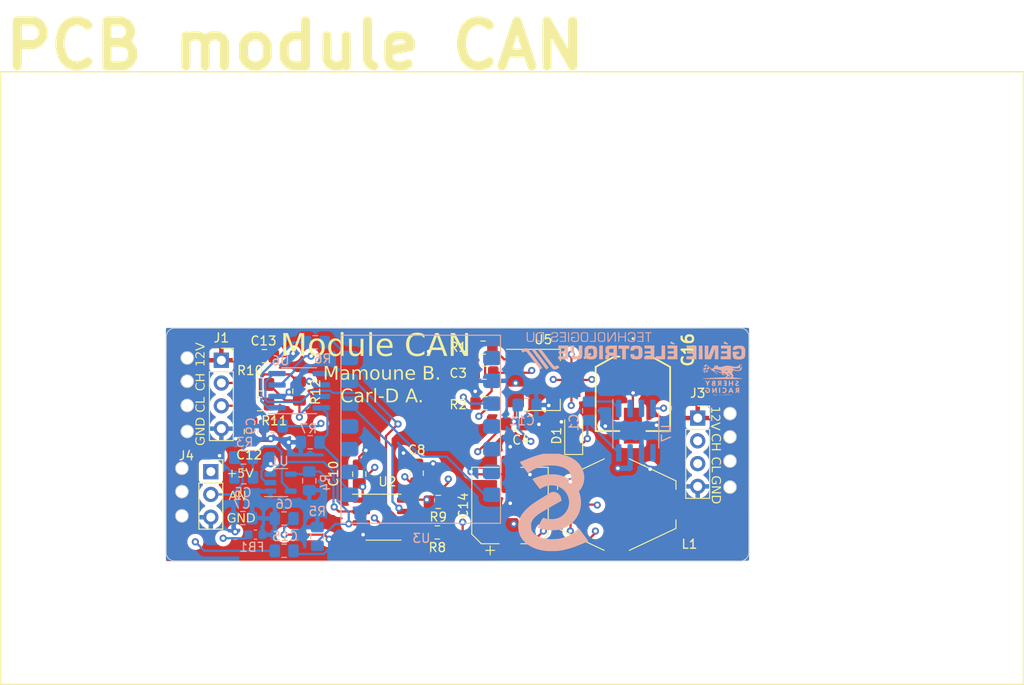
<source format=kicad_pcb>
(kicad_pcb (version 20221018) (generator pcbnew)
  (title_block (title "Formule SAE module CAN PCB") (date "2024-02-26") (rev "1.0") (company "Cégep Sherbrooke") (comment 1 "Carl-Dominic Aubin") (comment 2 "Mamoune Benmensour"))
  (layers (0 "F.Cu" signal "12V.Cu") (1 "In1.Cu" signal "GND.Cu") (2 "In2.Cu" signal "VCC.Cu") (31 "B.Cu" signal "AN.Cu") (34 "B.Paste" user) (35 "F.Paste" user) (36 "B.SilkS" user "B.Silkscreen") (37 "F.SilkS" user "F.Silkscreen") (38 "B.Mask" user) (39 "F.Mask" user) (44 "Edge.Cuts" user))
  (net 0 "")
  (net 1 "Net-(D1-K)")
  (net 2 "Net-(U7-CB)")
  (net 3 "+5V")
  (net 4 "GND")
  (net 5 "+3.3V")
  (net 6 "Net-(U1-AIN)")
  (net 7 "+5VA")
  (net 8 "Net-(J1-Pin_3)")
  (net 9 "+12V")
  (net 10 "Net-(U5-ADJ)")
  (net 11 "/SCLA")
  (net 12 "/SDAA")
  (net 13 "/RXD")
  (net 14 "Net-(U3-GPIO21_TX_D6)")
  (net 15 "/EN")
  (net 16 "/SCLB")
  (net 17 "/SDAB")
  (net 18 "Net-(U6-CANH)")
  (net 19 "Net-(U6-CANL)")
  (net 27 "/TXD")
  (net 32 "Net-(J4-Pin_2)")
  (net 33 "Net-(J1-Pin_2)")
  (footprint "Capacitor_SMD:C_0805_2012Metric_Pad1.18x1.45mm_HandSolder" (layer "F.Cu") (at 103.3 64.5 180)
    (fp_text reference "C13")
    (fp_text value "47pF" hide)
  )
  (footprint "lib kicad:imagesilk1" (layer "F.Cu") (at 118.3 93.9)
    (fp_text reference "G***" hide)
    (fp_text value "LOGO" hide)
  )
  (footprint "Inductor_SMD:L_Bourns-SRR1005" (layer "F.Cu") (at 142.575 81.05 180)
    (fp_text reference "L1")
    (fp_text value "NPI31W470MTRF 47uH" hide)
  )
  (footprint "Capacitor_SMD:CP_Elec_8x6.9" (layer "F.Cu") (at 130.675 81.15 90)
    (fp_text reference "C14")
    (fp_text value "\n\nEEE-FN1H680XP 68uF" hide)
  )
  (footprint "KiCad:EEETC1V470P" (layer "F.Cu") (at 144.375 68.7 180)
    (fp_text reference "C16")
    (fp_text value "EEEFH1H101L 100uF" hide)
  )
  (footprint "Capacitor_SMD:C_0805_2012Metric_Pad1.18x1.45mm_HandSolder" (layer "F.Cu") (at 122.575 84.15 180)
    (fp_text reference "R8")
    (fp_text value "4.7k" hide)
  )
  (footprint "Capacitor_SMD:C_0805_2012Metric_Pad1.18x1.45mm_HandSolder" (layer "F.Cu") (at 101.8 72.9 90)
    (fp_text reference "C12")
    (fp_text value "47pF" hide)
  )
  (footprint "Capacitor_SMD:C_0805_2012Metric_Pad1.18x1.45mm_HandSolder" (layer "F.Cu") (at 102.775 67.65 180)
    (fp_text reference "R10")
    (fp_text value "10Ω" hide)
  )
  (footprint "Diode_SMD:D_SOD-123F" (layer "F.Cu") (at 137.775 73.25 90)
    (fp_text reference "D1")
    (fp_text value "SS14FL" hide)
  )
  (footprint "Connector_PinSocket_2.54mm:PinSocket_1x04_P2.54mm_Vertical" (layer "F.Cu") (at 98.5 64.96)
    (fp_text reference "J1")
    (fp_text value "Conn_01x04_Socket" hide)
  )
  (footprint "Capacitor_SMD:C_0805_2012Metric_Pad1.18x1.45mm_HandSolder" (layer "F.Cu") (at 113.875 77.65 -90)
    (fp_text reference "C10")
    (fp_text value "0.1uF" hide)
  )
  (footprint "Connector_PinSocket_2.54mm:PinSocket_1x04_P2.54mm_Vertical" (layer "F.Cu") (at 151.6 71.4)
    (fp_text reference "J3")
    (fp_text value "Conn_01x04_Socket" hide)
  )
  (footprint "Capacitor_SMD:C_0805_2012Metric_Pad1.18x1.45mm_HandSolder" (layer "F.Cu") (at 127.675 63.55 180)
    (fp_text reference "R1")
    (fp_text value "91Ω" hide)
  )
  (footprint "Capacitor_SMD:C_0805_2012Metric_Pad1.18x1.45mm_HandSolder" (layer "F.Cu") (at 102.775 69.85 180)
    (fp_text reference "R11")
    (fp_text value "10Ω" hide)
  )
  (footprint "Capacitor_SMD:C_0805_2012Metric_Pad1.18x1.45mm_HandSolder" (layer "F.Cu") (at 107.2 68.4 -90)
    (fp_text reference "R12")
    (fp_text value "120Ω" hide)
  )
  (footprint "Capacitor_SMD:C_0805_2012Metric_Pad1.18x1.45mm_HandSolder" (layer "F.Cu") (at 120.275 77.55 -90)
    (fp_text reference "C8")
    (fp_text value "0.1uF" hide)
  )
  (footprint "Capacitor_SMD:C_0805_2012Metric_Pad1.18x1.45mm_HandSolder" (layer "F.Cu") (at 131.275 72.05)
    (fp_text reference "C4")
    (fp_text value "1uF" hide)
  )
  (footprint "Package_TO_SOT_SMD:SOT-223-3_TabPin2" (layer "F.Cu") (at 134.375 67.15)
    (fp_text reference "U5")
    (fp_text value "LM117_TO3" hide)
  )
  (footprint "Connector_PinSocket_2.54mm:PinSocket_1x03_P2.54mm_Vertical" (layer "F.Cu") (at 97.325 77.375)
    (fp_text reference "J4")
    (fp_text value "Conn_01x03_Socket" hide)
  )
  (footprint "Capacitor_SMD:C_0805_2012Metric_Pad1.18x1.45mm_HandSolder" (layer "F.Cu") (at 127.875 69.75 180)
    (fp_text reference "R2")
    (fp_text value "150Ω" hide)
  )
  (footprint "Capacitor_SMD:C_0805_2012Metric_Pad1.18x1.45mm_HandSolder" (layer "F.Cu") (at 122.675 80.75 180)
    (fp_text reference "R9")
    (fp_text value "4.7k" hide)
  )
  (footprint "Capacitor_SMD:C_0805_2012Metric_Pad1.18x1.45mm_HandSolder" (layer "F.Cu") (at 127.775 66.35 180)
    (fp_text reference "C3")
    (fp_text value "0.1uF" hide)
  )
  (footprint "Package_SO:SOIC-8_3.9x4.9mm_P1.27mm" (layer "F.Cu") (at 116.575 82.45)
    (fp_text reference "U2")
    (fp_text value "TCA9517" hide)
  )
  (footprint "Capacitor_SMD:C_0805_2012Metric_Pad1.18x1.45mm_HandSolder" (layer "B.Cu") (at 108.4 74.1 180)
    (fp_text reference "R7")
    (fp_text value "10k" hide)
  )
  (footprint "Capacitor_SMD:C_0603_1608Metric" (layer "B.Cu") (at 102.3 84.4)
    (fp_text reference "FB1")
    (fp_text value "BLM18KG121TZ1D")
  )
  (footprint "Capacitor_SMD:C_0805_2012Metric_Pad1.18x1.45mm_HandSolder" (layer "B.Cu") (at 104.3 72.3 180)
    (fp_text reference "C9")
    (fp_text value "0.1uF" hide)
  )
  (footprint "Capacitor_SMD:C_0805_2012Metric_Pad1.18x1.45mm_HandSolder" (layer "B.Cu") (at 109.2 84.6 90)
    (fp_text reference "R5")
    (fp_text value "4.7k" hide)
  )
  (footprint "Package_SO:SOIC-8_3.9x4.9mm_P1.27mm" (layer "B.Cu") (at 107.175 68.35)
    (fp_text reference "U6")
    (fp_text value "TJA1051T" hide)
  )
  (footprint "Capacitor_SMD:C_0805_2012Metric_Pad1.18x1.45mm_HandSolder" (layer "B.Cu") (at 100.975 75.8)
    (fp_text reference "R3")
    (fp_text value "330Ω" hide)
  )
  (footprint "Capacitor_SMD:C_0805_2012Metric_Pad1.18x1.45mm_HandSolder" (layer "B.Cu") (at 100.9 82.55 180)
    (fp_text reference "C7")
    (fp_text value "0.1uF" hide)
  )
  (footprint "Capacitor_SMD:C_0805_2012Metric_Pad1.18x1.45mm_HandSolder" (layer "B.Cu") (at 139.5 70.6 90)
    (fp_text reference "C1")
    (fp_text value "10nF" hide)
  )
  (footprint "LOGO" (layer "B.Cu") (at 154.4 67.1 180)
    (fp_text reference "G***" hide)
    (fp_text value "LOGO" hide)
  )
  (footprint "Capacitor_SMD:C_0805_2012Metric_Pad1.18x1.45mm_HandSolder" (layer "B.Cu") (at 132.575 69.95 180)
    (fp_text reference "C11")
    (fp_text value "0.1uF" hide)
  )
  (footprint "Capacitor_SMD:C_0805_2012Metric_Pad1.18x1.45mm_HandSolder" (layer "B.Cu") (at 101 78 180)
    (fp_text reference "C5")
    (fp_text value "10uF" hide)
  )
  (footprint "Library:xiao esp32-c3" (layer "B.Cu") (at 120.735 90.29)
    (fp_text reference "U3")
    (fp_text value "XIAO ESP32C3" hide)
  )
  (footprint "Package_SO:SOIC-8_3.9x4.9mm_P1.27mm" (layer "B.Cu") (at 144.7 72.8 -90)
    (fp_text reference "U7")
    (fp_text value "LM2674M-5.0" hide)
  )
  (footprint "LOGO" (layer "B.Cu") (at 135.5 80.8 180)
    (fp_text reference "G***" hide)
    (fp_text value "LOGO" hide)
  )
  (footprint "Capacitor_SMD:C_0805_2012Metric_Pad1.18x1.45mm_HandSolder" (layer "B.Cu") (at 105.5 82.6 180)
    (fp_text reference "C6")
    (fp_text value "10uF" hide)
  )
  (footprint "Capacitor_SMD:C_0805_2012Metric_Pad1.18x1.45mm_HandSolder" (layer "B.Cu") (at 105.5 86.2)
    (fp_text reference "C15")
    (fp_text value "10uF" hide)
  )
  (footprint "Package_TO_SOT_SMD:TSOT-23-5" (layer "B.Cu") (at 105.1 78.6)
    (fp_text reference "U1")
    (fp_text value "MCP3221" hide)
  )
  (footprint "Capacitor_SMD:C_0805_2012Metric_Pad1.18x1.45mm_HandSolder" (layer "B.Cu") (at 108.975 62.95)
    (fp_text reference "R6")
    (fp_text value "4.7k" hide)
  )
  (footprint "Capacitor_SMD:C_0805_2012Metric_Pad1.18x1.45mm_HandSolder" (layer "B.Cu") (at 108.3 78.4 -90)
    (fp_text reference "R4")
    (fp_text value "4.7k" hide)
  )
  (footprint "LOGO" (layer "B.Cu") (at 144.4 63.9 180)
    (fp_text reference "G***" hide)
    (fp_text value "LOGO" hide)
  )
  (gr_rect (start 73.9 32.8) (end 187.9 101.1) (stroke (width 0.15)) (fill none) (layer "F.SilkS"))
  (gr_line (start 92.35 62.3) (end 92.324119 86.492577) (stroke (width 0.1)) (layer "Edge.Cuts"))
  (gr_arc (start 93.260242 87.34522) (mid 92.649999 87.075) (end 92.324119 86.492577) (stroke (width 0.1)) (layer "Edge.Cuts"))
  (gr_circle (center 94.1 82.3) (end 94.8 82.3) (stroke (width 0.1)) (fill none) (layer "Edge.Cuts"))
  (gr_line (start 157.32022 86.414758) (end 157.325881 62.207423) (stroke (width 0.1)) (layer "Edge.Cuts"))
  (gr_arc (start 156.389758 61.35478) (mid 157.000001 61.625) (end 157.325881 62.207423) (stroke (width 0.1)) (layer "Edge.Cuts"))
  (gr_circle (center 155.2 76.2) (end 155.9 76.2) (stroke (width 0.1)) (fill none) (layer "Edge.Cuts"))
  (gr_circle (center 155.2 70.9) (end 155.9 70.9) (stroke (width 0.1)) (fill none) (layer "Edge.Cuts"))
  (gr_line (start 93.260242 87.34522) (end 156.467577 87.350881) (stroke (width 0.1)) (layer "Edge.Cuts"))
  (gr_line (start 156.389758 61.35478) (end 93.202643 61.363877) (stroke (width 0.1)) (layer "Edge.Cuts"))
  (gr_circle (center 94.7 64.7) (end 95.4 64.7) (stroke (width 0.1)) (fill none) (layer "Edge.Cuts"))
  (gr_arc (start 92.35 62.3) (mid 92.62022 61.689758) (end 93.202643 61.363877) (stroke (width 0.1)) (layer "Edge.Cuts"))
  (gr_circle (center 94.1 79.6) (end 94.8 79.6) (stroke (width 0.1)) (fill none) (layer "Edge.Cuts"))
  (gr_arc (start 157.32022 86.414758) (mid 157.05 87.025001) (end 156.467577 87.350881) (stroke (width 0.1)) (layer "Edge.Cuts"))
  (gr_circle (center 94.1 77) (end 94.8 77) (stroke (width 0.1)) (fill none) (layer "Edge.Cuts"))
  (gr_circle (center 94.7 70) (end 95.4 70) (stroke (width 0.1)) (fill none) (layer "Edge.Cuts"))
  (gr_circle (center 155.2 79.1) (end 155.9 79.1) (stroke (width 0.1)) (fill none) (layer "Edge.Cuts"))
  (gr_circle (center 94.7 67.3) (end 95.4 67.3) (stroke (width 0.1)) (fill none) (layer "Edge.Cuts"))
  (gr_circle (center 94.7 72.9) (end 95.4 72.9) (stroke (width 0.1)) (fill none) (layer "Edge.Cuts"))
  (gr_circle (center 155.2 73.5) (end 155.9 73.5) (stroke (width 0.1)) (fill none) (layer "Edge.Cuts"))
  (gr_text "GND\n" (at 99.1 83.2) (layer "F.SilkS") (effects (font (size 1 1)) (justify left bottom)))
  (gr_text "CL" (at 96.8 70.8 90) (layer "F.SilkS") (effects (font (size 1 1)) (justify left bottom)))
  (gr_text "12V\n" (at 152.93 70.07 270) (layer "F.SilkS") (effects (font (size 1 1)) (justify left bottom)))
  (gr_text "AN" (at 99.3 80.7) (layer "F.SilkS") (effects (font (size 1 1)) (justify left bottom)))
  (gr_text "CH\n" (at 96.8 68.4 90) (layer "F.SilkS") (effects (font (size 1 1)) (justify left bottom)))
  (gr_text "GND\n" (at 153 77.8 -90) (layer "F.SilkS") (effects (font (size 1 1)) (justify left bottom)))
  (gr_text "GND\n" (at 96.8 74.5 90) (layer "F.SilkS") (effects (font (size 1 1)) (justify left bottom)))
  (gr_text "Module CAN\n" (at 115.7 64.9) (layer "F.SilkS") (effects (font (size 2.5 2.5) (thickness 0.1905)) (justify bottom)))
  (gr_text "+5V\n" (at 99.1 78.2) (layer "F.SilkS") (effects (font (size 1 1)) (justify left bottom)))
  (gr_text "Mamoune B.\nCarl-D A.\n" (at 116.4 69.9) (layer "F.SilkS") (effects (font (size 1.5 1.5)) (justify bottom)))
  (gr_text "CL\n" (at 153 75.7 -90) (layer "F.SilkS") (effects (font (size 1 1)) (justify left bottom)))
  (gr_text "CH\n" (at 153 73.1 270) (layer "F.SilkS") (effects (font (size 1 1)) (justify left bottom)))
  (gr_text "PCB module CAN" (at 73.9 32.8) (layer "F.SilkS") (effects (font (size 5 5) (thickness 1) bold) (justify left bottom)))
  (gr_text "12V\n" (at 96.8 65.7 90) (layer "F.SilkS") (effects (font (size 1 1)) (justify left bottom)))
  (segment (start 137.775 74.65) (end 138.35 74.65) (width 0.25) (layer "F.Cu") (net 1))
  (segment (start 138.35 74.65) (end 139.3 73.7) (width 0.25) (layer "F.Cu") (net 1))
  (segment (start 144.175 81.05) (end 137.775 74.65) (width 0.25) (layer "F.Cu") (net 1))
  (segment (start 147.725 81.05) (end 144.175 81.05) (width 0.25) (layer "F.Cu") (net 1))
  (via (at 139.3 73.7) (size 0.8) (drill 0.4) (layers "F.Cu" "B.Cu") (net 1))
  (segment (start 139.5 71.98) (end 139.5 71.6375) (width 0.25) (layer "B.Cu") (net 1))
  (segment (start 139.3 73.7) (end 139.3 71.8375) (width 0.25) (layer "B.Cu") (net 1))
  (segment (start 139.3 71.8375) (end 139.5 71.6375) (width 0.25) (layer "B.Cu") (net 1))
  (segment (start 142.795 75.275) (end 139.5 71.98) (width 0.25) (layer "B.Cu") (net 1))
  (segment (start 142.0325 69.5625) (end 142.795 70.325) (width 0.25) (layer "B.Cu") (net 2))
  (segment (start 139.5 69.5625) (end 142.0325 69.5625) (width 0.25) (layer "B.Cu") (net 2))
  (segment (start 139.75 67.15) (end 139.8 67.1) (width 0.25) (layer "F.Cu") (net 3))
  (segment (start 128.8125 66.35) (end 132.85 66.35) (width 0.25) (layer "F.Cu") (net 3))
  (segment (start 137.425 81.05) (end 137.425 78.525) (width 0.25) (layer "F.Cu") (net 3))
  (segment (start 130.675 84.625) (end 133.775 84.625) (width 0.25) (layer "F.Cu") (net 3))
  (segment (start 137.425 78.525) (end 137.4 78.5) (width 0.25) (layer "F.Cu") (net 3))
  (segment (start 131.85 85.8) (end 138.6 85.8) (width 0.25) (layer "F.Cu") (net 3))
  (segment (start 113.875 78.6875) (end 115.6 76.9625) (width 0.25) (layer "F.Cu") (net 3))
  (segment (start 137.525 67.15) (end 135.55 67.15) (width 0.25) (layer "F.Cu") (net 3))
  (segment (start 130.675 84.625) (end 131.85 85.8) (width 0.25) (layer "F.Cu") (net 3))
  (segment (start 137.525 67.15) (end 137.525 64.325) (width 0.25) (layer "F.Cu") (net 3))
  (segment (start 133.775 84.625) (end 134.4 84) (width 0.25) (layer "F.Cu") (net 3))
  (segment (start 137.525 69.975) (end 137.5 70) (width 0.25) (layer "F.Cu") (net 3))
  (segment (start 135.55 67.15) (end 135.5 67.1) (width 0.25) (layer "F.Cu") (net 3))
  (segment (start 115.6 76.9625) (end 115.6 76.9) (width 0.25) (layer "F.Cu") (net 3))
  (segment (start 140.2 84.2) (end 140.2 84) (width 0.25) (layer "F.Cu") (net 3))
  (segment (start 114.253009 79.062995) (end 114.253009 80.391991) (width 0.25) (layer "F.Cu") (net 3))
  (segment (start 131.1 84.2) (end 131.1 83.2) (width 0.25) (layer "F.Cu") (net 3))
  (segment (start 137.525 67.15) (end 137.525 69.975) (width 0.25) (layer "F.Cu") (net 3))
  (segment (start 130.675 84.625) (end 131.1 84.2) (width 0.25) (layer "F.Cu") (net 3))
  (segment (start 137.525 64.325) (end 137.5 64.3) (width 0.25) (layer "F.Cu") (net 3))
  (segment (start 117.378094 84.355) (end 119.05 84.355) (width 0.25) (layer "F.Cu") (net 3))
  (segment (start 137.425 81.05) (end 140.35 81.05) (width 0.25) (layer "F.Cu") (net 3))
  (segment (start 140.35 81.05) (end 140.4 81.1) (width 0.25) (layer "F.Cu") (net 3))
  (segment (start 138.6 85.8) (end 140.2 84.2) (width 0.25) (layer "F.Cu") (net 3))
  (segment (start 114.253009 80.391991) (end 114.1 80.545) (width 0.25) (layer "F.Cu") (net 3))
  (segment (start 131.225 67.425) (end 131.3 67.5) (width 0.25) (layer "F.Cu") (net 3))
  (segment (start 137.525 67.15) (end 139.75 67.15) (width 0.25) (layer "F.Cu") (net 3))
  (segment (start 132.85 66.35) (end 133.1 66.1) (width 0.25) (layer "F.Cu") (net 3))
  (segment (start 115.560099 82.537005) (end 117.378094 84.355) (width 0.25) (layer "F.Cu") (net 3))
  (segment (start 137.425 83.975) (end 137.4 84) (width 0.25) (layer "F.Cu") (net 3))
  (segment (start 137.425 81.05) (end 137.425 83.975) (width 0.25) (layer "F.Cu") (net 3))
  (segment (start 131.225 67.15) (end 131.225 67.425) (width 0.25) (layer "F.Cu") (net 3))
  (via (at 115.560099 82.537005) (size 0.8) (drill 0.4) (layers "F.Cu" "B.Cu") (net 3))
  (via (at 147.8 70.3) (size 0.8) (drill 0.4) (layers "F.Cu" "B.Cu") (net 3))
  (via (at 131.3 67.5) (size 0.8) (drill 0.4) (layers "F.Cu" "B.Cu") (net 3))
  (via (at 140.4 81.1) (size 0.8) (drill 0.4) (layers "F.Cu" "B.Cu") (net 3))
  (via (at 139.8 67.1) (size 0.8) (drill 0.4) (layers "F.Cu" "B.Cu") (net 3))
  (via (at 134.4 84) (size 0.8) (drill 0.4) (layers "F.Cu" "B.Cu") (net 3))
  (via (at 137.5 70) (size 0.8) (drill 0.4) (layers "F.Cu" "B.Cu") (net 3))
  (via (at 114.253009 79.062995) (size 0.8) (drill 0.4) (layers "F.Cu" "B.Cu") (net 3))
  (via (at 137.4 78.5) (size 0.8) (drill 0.4) (layers "F.Cu" "B.Cu") (net 3))
  (via (at 140.2 84) (size 0.8) (drill 0.4) (layers "F.Cu" "B.Cu") (net 3))
  (via (at 98.7 84.8) (size 0.8) (drill 0.4) (layers "F.Cu" "B.Cu") (net 3))
  (via (at 135.5 67.1) (size 0.8) (drill 0.4) (layers "F.Cu" "B.Cu") (net 3))
  (via (at 95.6 85.2) (size 0.8) (drill 0.4) (layers "F.Cu" "B.Cu") (net 3))
  (via (at 137.4 84) (size 0.8) (drill 0.4) (layers "F.Cu" "B.Cu") (net 3))
  (via (at 109.6 72) (size 0.8) (drill 0.4) (layers "F.Cu" "B.Cu") (net 3))
  (via (at 137.5 64.3) (size 0.8) (drill 0.4) (layers "F.Cu" "B.Cu") (net 3))
  (via (at 131.1 83.2) (size 0.8) (drill 0.4) (layers "F.Cu" "B.Cu") (net 3))
  (via (at 115.6 76.9) (size 0.8) (drill 0.4) (layers "F.Cu" "B.Cu") (net 3))
  (via (at 133.1 66.1) (size 0.8) (drill 0.4) (layers "F.Cu" "B.Cu") (net 3))
  (via (at 108.5 64.5) (size 0.8) (drill 0.4) (layers "F.Cu" "B.Cu") (net 3))
  (segment (start 147.775 70.325) (end 147.8 70.3) (width 0.25) (layer "B.Cu") (net 3))
  (segment (start 104.7 67.715) (end 105.076751 67.715) (width 0.25) (layer "B.Cu") (net 3))
  (segment (start 98.7 84.8) (end 101.125 84.8) (width 0.25) (layer "B.Cu") (net 3))
  (segment (start 107.861701 64.5) (end 108.5 64.5) (width 0.25) (layer "B.Cu") (net 3))
  (segment (start 106.586701 65.775) (end 107.861701 64.5) (width 0.25) (layer "B.Cu") (net 3))
  (segment (start 105.076751 67.715) (end 106.586701 66.20505) (width 0.25) (layer "B.Cu") (net 3))
  (segment (start 104.4625 86.2) (end 96.6 86.2) (width 0.25) (layer "B.Cu") (net 3))
  (segment (start 101.125 84.8) (end 101.525 84.4) (width 0.25) (layer "B.Cu") (net 3))
  (segment (start 109.3 72.3) (end 109.6 72) (width 0.25) (layer "B.Cu") (net 3))
  (segment (start 146.605 70.325) (end 147.775 70.325) (width 0.25) (layer "B.Cu") (net 3))
  (segment (start 105.3375 72.3) (end 109.3 72.3) (width 0.25) (layer "B.Cu") (net 3))
  (segment (start 106.586701 66.20505) (end 106.586701 65.775) (width 0.25) (layer "B.Cu") (net 3))
  (segment (start 96.6 86.2) (end 95.6 85.2) (width 0.25) (layer "B.Cu") (net 3))
  (segment (start 97.175 77.525) (end 97.2 77.5) (width 0.25) (layer "B.Cu") (net 3))
  (segment (start 103.7625 73.9375) (end 104 73.7) (width 0.25) (layer "F.Cu") (net 4))
  (segment (start 126.7375 68.363) (end 126.7375 66.35) (width 0.25) (layer "F.Cu") (net 4))
  (segment (start 110.506385 84.906387) (end 109.999998 84.4) (width 0.25) (layer "F.Cu") (net 4))
  (segment (start 113.875 76.6125) (end 113.875 75.725) (width 0.25) (layer "F.Cu") (net 4))
  (segment (start 130.675 77.675) (end 132.875 77.675) (width 0.25) (layer "F.Cu") (net 4))
  (segment (start 144.375 72.25) (end 146.95 72.25) (width 0.25) (layer "F.Cu") (net 4))
  (segment (start 130.675 77.675) (end 126.612438 77.675) (width 0.25) (layer "F.Cu") (net 4))
  (segment (start 106.2 64.5) (end 106.5 64.2) (width 0.25) (layer "F.Cu") (net 4))
  (segment (start 130.675 77.675) (end 130.675 74.625) (width 0.25) (layer "F.Cu") (net 4))
  (segment (start 126.6375 63.55) (end 122.05 63.55) (width 0.25) (layer "F.Cu") (net 4))
  (segment (start 141.35 72.25) (end 141.3 72.3) (width 0.25) (layer "F.Cu") (net 4))
  (segment (start 146.95 72.25) (end 147 72.2) (width 0.25) (layer "F.Cu") (net 4))
  (segment (start 130.675 74.625) (end 130.7 74.6) (width 0.25) (layer "F.Cu") (net 4))
  (segment (start 133.85 72.05) (end 133.9 72.1) (width 0.25) (layer "F.Cu") (net 4))
  (segment (start 114.255 84.355) (end 114.3 84.4) (width 0.25) (layer "F.Cu") (net 4))
  (segment (start 109.999998 84.4) (end 105.5 84.4) (width 0.25) (layer "F.Cu") (net 4))
  (segment (start 126.8 68.4255) (end 126.7375 68.363) (width 0.25) (layer "F.Cu") (net 4))
  (segment (start 137.775 71.85) (end 136.423521 71.85) (width 0.25) (layer "F.Cu") (net 4))
  (segment (start 114.1 84.355) (end 114.255 84.355) (width 0.25) (layer "F.Cu") (net 4))
  (segment (start 113.875 75.725) (end 114.6 75) (width 0.25) (layer "F.Cu") (net 4))
  (segment (start 119.0625 75.3) (end 118.8 75.3) (width 0.25) (layer "F.Cu") (net 4))
  (segment (start 122.05 63.55) (end 121.6 64) (width 0.25) (layer "F.Cu") (net 4))
  (segment (start 122.0875 76.5125) (end 122.1 76.5) (width 0.25) (layer "F.Cu") (net 4))
  (segment (start 132.875 77.675) (end 132.9 77.7) (width 0.25) (layer "F.Cu") (net 4))
  (segment (start 130.7 77.7) (end 130.7 80.9) (width 0.25) (layer "F.Cu") (net 4))
  (segment (start 144.375 72.25) (end 141.35 72.25) (width 0.25) (layer "F.Cu") (net 4))
  (segment (start 126.612438 77.675) (end 126.318719 77.381281) (width 0.25) (layer "F.Cu") (net 4))
  (segment (start 136.423521 71.85) (end 136.39966 71.826139) (width 0.25) (layer "F.Cu") (net 4))
  (segment (start 120.275 76.5125) (end 122.0875 76.5125) (width 0.25) (layer "F.Cu") (net 4))
  (segment (start 130.675 77.675) (end 130.7 77.7) (width 0.25) (layer "F.Cu") (net 4))
  (segment (start 144.375 72.25) (end 144.375 68.625) (width 0.25) (layer "F.Cu") (net 4))
  (segment (start 120.275 76.5125) (end 119.0625 75.3) (width 0.25) (layer "F.Cu") (net 4))
  (segment (start 101.8 73.9375) (end 103.7625 73.9375) (width 0.25) (layer "F.Cu") (net 4))
  (segment (start 104.3375 64.5) (end 106.2 64.5) (width 0.25) (layer "F.Cu") (net 4))
  (segment (start 132.3125 72.05) (end 133.85 72.05) (width 0.25) (layer "F.Cu") (net 4))
  (segment (start 144.375 68.625) (end 144.4 68.6) (width 0.25) (layer "F.Cu") (net 4))
  (via (at 147 72.2) (size 0.8) (drill 0.4) (layers "F.Cu" "B.Cu") (net 4))
  (via (at 104 73.7) (size 0.8) (drill 0.4) (layers "F.Cu" "B.Cu") (net 4))
  (via (at 130.7 74.6) (size 0.8) (drill 0.4) (layers "F.Cu" "B.Cu") (net 4))
  (via (at 122.1 76.5) (size 0.8) (drill 0.4) (layers "F.Cu" "B.Cu") (net 4))
  (via (at 130.7 80.9) (size 0.8) (drill 0.4) (layers "F.Cu" "B.Cu") (net 4))
  (via (at 135.000004 70) (size 0.8) (drill 0.4) (layers "F.Cu" "B.Cu") (net 4))
  (via (at 121.6 64) (size 0.8) (drill 0.4) (layers "F.Cu" "B.Cu") (net 4))
  (via (at 132.9 77.7) (size 0.8) (drill 0.4) (layers "F.Cu" "B.Cu") (net 4))
  (via (at 114.6 75) (size 0.8) (drill 0.4) (layers "F.Cu" "B.Cu") (net 4))
  (via (at 105.5 84.4) (size 0.8) (drill 0.4) (layers "F.Cu" "B.Cu") (net 4))
  (via (at 133.9 72.1) (size 0.8) (drill 0.4) (layers "F.Cu" "B.Cu") (net 4))
  (via (at 110.506385 84.906387) (size 0.8) (drill 0.4) (layers "F.Cu" "B.Cu") (net 4))
  (via (at 136.39966 71.826139) (size 0.8) (drill 0.4) (layers "F.Cu" "B.Cu") (net 4))
  (via (at 118.8 75.3) (size 0.8) (drill 0.4) (layers "F.Cu" "B.Cu") (net 4))
  (via (at 100.036951 84.075) (size 0.8) (drill 0.4) (layers "F.Cu" "B.Cu") (net 4))
  (via (at 104 76.5) (size 0.8) (drill 0.4) (layers "F.Cu" "B.Cu") (net 4))
  (via (at 144.4 68.6) (size 0.8) (drill 0.4) (layers "F.Cu" "B.Cu") (net 4))
  (via (at 98.3 75.6) (size 0.8) (drill 0.4) (layers "F.Cu" "B.Cu") (net 4))
  (via (at 126.8 68.4255) (size 0.8) (drill 0.4) (layers "F.Cu" "B.Cu") (net 4))
  (via (at 100.1 73.7) (size 0.8) (drill 0.4) (layers "F.Cu" "B.Cu") (net 4))
  (via (at 126.318719 77.381281) (size 0.8) (drill 0.4) (layers "F.Cu" "B.Cu") (net 4))
  (via (at 106.04839 68.502508) (size 0.8) (drill 0.4) (layers "F.Cu" "B.Cu") (net 4))
  (via (at 106 74.1) (size 0.8) (drill 0.4) (layers "F.Cu" "B.Cu") (net 4))
  (via (at 114.3 84.4) (size 0.8) (drill 0.4) (layers "F.Cu" "B.Cu") (net 4))
  (via (at 146.3 77.1) (size 0.8) (drill 0.4) (layers "F.Cu" "B.Cu") (net 4))
  (via (at 141.3 72.3) (size 0.8) (drill 0.4) (layers "F.Cu" "B.Cu") (net 4))
  (via (at 106.5 64.2) (size 0.8) (drill 0.4) (layers "F.Cu" "B.Cu") (net 4))
  (segment (start 110.506385 84.906387) (end 110.506385 85.956788) (width 0.25) (layer "B.Cu") (net 4))
  (segment (start 103.778249 76.5) (end 104 76.5) (width 0.25) (layer "B.Cu") (net 4))
  (segment (start 98.3 76.1) (end 98.3 75.6) (width 0.25) (layer "B.Cu") (net 4))
  (segment (start 99.975 82.55) (end 99.975 84.013049) (width 0.25) (layer "B.Cu") (net 4))
  (segment (start 103.2625 72.3) (end 101.5 72.3) (width 0.25) (layer "B.Cu") (net 4))
  (segment (start 106.5375 82.6) (end 106.9 82.6) (width 0.25) (layer "B.Cu") (net 4))
  (segment (start 133.6125 69.95) (end 134.950004 69.95) (width 0.25) (layer "B.Cu") (net 4))
  (segment (start 99.975 84.013049) (end 100.036951 84.075) (width 0.25) (layer "B.Cu") (net 4))
  (segment (start 103.9625 78.6) (end 103.578249 78.6) (width 0.25) (layer "B.Cu") (net 4))
  (segment (start 99.9625 78) (end 99.9625 77.7625) (width 0.25) (layer "B.Cu") (net 4))
  (segment (start 107.3625 74.1) (end 106 74.1) (width 0.25) (layer "B.Cu") (net 4))
  (segment (start 110.506385 85.956788) (end 109.913173 86.55) (width 0.25) (layer "B.Cu") (net 4))
  (segment (start 145.335 76.135) (end 146.3 77.1) (width 0.25) (layer "B.Cu") (net 4))
  (segment (start 106.8875 86.55) (end 106.5375 86.2) (width 0.25) (layer "B.Cu") (net 4))
  (segment (start 99.9625 77.7625) (end 98.3 76.1) (width 0.25) (layer "B.Cu") (net 4))
  (segment (start 145.335 75.275) (end 145.335 76.135) (width 0.25) (layer "B.Cu") (net 4))
  (segment (start 101.5 72.3) (end 100.1 73.7) (width 0.25) (layer "B.Cu") (net 4))
  (segment (start 106.5375 82.6) (end 105.5 83.6375) (width 0.25) (layer "B.Cu") (net 4))
  (segment (start 134.950004 69.95) (end 135.000004 70) (width 0.25) (layer "B.Cu") (net 4))
  (segment (start 103.9625 78.6) (end 103.5 78.6) (width 0.25) (layer "B.Cu") (net 4))
  (segment (start 103.5 78.6) (end 102.975 78.075) (width 0.25) (layer "B.Cu") (net 4))
  (segment (start 105.5 83.6375) (end 105.5 84.4) (width 0.25) (layer "B.Cu") (net 4))
  (segment (start 102.975 77.303249) (end 103.778249 76.5) (width 0.25) (layer "B.Cu") (net 4))
  (segment (start 102.975 78.075) (end 102.975 77.303249) (width 0.25) (layer "B.Cu") (net 4))
  (segment (start 104.7 68.985) (end 105.565898 68.985) (width 0.25) (layer "B.Cu") (net 4))
  (segment (start 109.913173 86.55) (end 106.8875 86.55) (width 0.25) (layer "B.Cu") (net 4))
  (segment (start 105.565898 68.985) (end 106.04839 68.502508) (width 0.25) (layer "B.Cu") (net 4))
  (segment (start 130.2375 72.05) (end 130.176028 72.05) (width 0.25) (layer "F.Cu") (net 5))
  (segment (start 130.176028 72.05) (end 127.0755 75.150528) (width 0.25) (layer "F.Cu") (net 5))
  (segment (start 119.05 80.545) (end 119.095 80.5) (width 0.25) (layer "F.Cu") (net 5))
  (segment (start 121.6375 80.75) (end 123.8 78.5875) (width 0.25) (layer "F.Cu") (net 5))
  (segment (start 121.5375 84.15) (end 122.5875 85.2) (width 0.25) (layer "F.Cu") (net 5))
  (segment (start 121.5375 84.15) (end 121.5375 84.2375) (width 0.25) (layer "F.Cu") (net 5))
  (segment (start 131.225 71.7005) (end 131.225 69.45) (width 0.25) (layer "F.Cu") (net 5))
  (segment (start 128.65 69.75) (end 127.2 71.2) (width 0.25) (layer "F.Cu") (net 5))
  (segment (start 131.1255 71.8) (end 131.225 71.7005) (width 0.25) (layer "F.Cu") (net 5))
  (segment (start 119.095 80.5) (end 121.4 80.5) (width 0.25) (layer "F.Cu") (net 5))
  (segment (start 120.275 78.5875) (end 119.5875 78.5875) (width 0.25) (layer "F.Cu") (net 5))
  (segment (start 125.4 84) (end 125.4 83) (width 0.25) (layer "F.Cu") (net 5))
  (segment (start 128.9125 69.75) (end 128.65 69.75) (width 0.25) (layer "F.Cu") (net 5))
  (segment (start 122.5875 85.2) (end 124.2 85.2) (width 0.25) (layer "F.Cu") (net 5))
  (segment (start 123.8 78.5875) (end 123.8 78.2) (width 0.25) (layer "F.Cu") (net 5))
  (segment (start 124.2 85.2) (end 125.4 84) (width 0.25) (layer "F.Cu") (net 5))
  (segment (start 119.5875 78.5875) (end 118.95 77.95) (width 0.25) (layer "F.Cu") (net 5))
  (via (at 125.4 83) (size 0.8) (drill 0.4) (layers "F.Cu" "B.Cu") (net 5))
  (via (at 118.95 77.95) (size 0.8) (drill 0.4) (layers "F.Cu" "B.Cu") (net 5))
  (via (at 123.8 78.2) (size 0.8) (drill 0.4) (layers "F.Cu" "B.Cu") (net 5))
  (via (at 131.1255 71.8) (size 0.8) (drill 0.4) (layers "F.Cu" "B.Cu") (net 5))
  (via (at 127.0755 75.150528) (size 0.8) (drill 0.4) (layers "F.Cu" "B.Cu") (net 5))
  (via (at 121.4 80.5) (size 0.8) (drill 0.4) (layers "F.Cu" "B.Cu") (net 5))
  (via (at 133.000006 74) (size 0.8) (drill 0.4) (layers "F.Cu" "B.Cu") (net 5))
  (via (at 127.2 71.2) (size 0.8) (drill 0.4) (layers "F.Cu" "B.Cu") (net 5))
  (via (at 125.485133 69.074444) (size 0.8) (drill 0.4) (layers "F.Cu" "B.Cu") (net 5))
  (segment (start 128.675 69.79) (end 126.200689 69.79) (width 0.25) (layer "B.Cu") (net 5))
  (segment (start 131.5375 72.537494) (end 133.000006 74) (width 0.25) (layer "B.Cu") (net 5))
  (segment (start 126.200689 69.79) (end 125.485133 69.074444) (width 0.25) (layer "B.Cu") (net 5))
  (segment (start 131.5375 69.95) (end 131.5375 72.537494) (width 0.25) (layer "B.Cu") (net 5))
  (segment (start 102.0125 75.8) (end 102.0125 77.975) (width 0.25) (layer "B.Cu") (net 6))
  (segment (start 103.2625 74.55) (end 102.0125 75.8) (width 0.25) (layer "B.Cu") (net 6))
  (segment (start 102.0125 77.975) (end 102.0375 78) (width 0.25) (layer "B.Cu") (net 6))
  (segment (start 103.9625 77.65) (end 105.2 76.4125) (width 0.25) (layer "B.Cu") (net 6))
  (segment (start 105.2 76.4125) (end 105.2 75.163604) (width 0.25) (layer "B.Cu") (net 6))
  (segment (start 105.2 75.163604) (end 104.586396 74.55) (width 0.25) (layer "B.Cu") (net 6))
  (segment (start 104.586396 74.55) (end 103.2625 74.55) (width 0.25) (layer "B.Cu") (net 6))
  (segment (start 101.7375 69.85) (end 101.5575 70.03) (width 0.25) (layer "F.Cu") (net 8))
  (segment (start 101.8 69.9125) (end 101.7375 69.85) (width 0.25) (layer "F.Cu") (net 8))
  (segment (start 101.5575 70.03) (end 98.8 70.03) (width 0.25) (layer "F.Cu") (net 8))
  (segment (start 101.8 71.8625) (end 101.8 69.9125) (width 0.25) (layer "F.Cu") (net 8))
  (via (at 142.7 77) (size 0.8) (drill 0.4) (layers "F.Cu" "B.Cu") (net 9))
  (segment (start 144.065 75.651751) (end 144.065 77) (width 0.6) (layer "B.Cu") (net 9))
  (segment (start 144.065 77) (end 142.716751 77) (width 0.6) (layer "B.Cu") (net 9))
  (segment (start 142.716751 77) (end 142.7 77) (width 0.25) (layer "B.Cu") (net 9))
  (segment (start 144.065 75.275) (end 144.065 75.651751) (width 0.25) (layer "B.Cu") (net 9))
  (segment (start 131.225 64.85) (end 130.0125 64.85) (width 0.25) (layer "F.Cu") (net 10))
  (segment (start 128.625 67.799695) (end 128.625 68.400305) (width 0.25) (layer "F.Cu") (net 10))
  (segment (start 127.275305 69.75) (end 126.8375 69.75) (width 0.25) (layer "F.Cu") (net 10))
  (segment (start 127.900305 64.362195) (end 127.900305 67.075) (width 0.25) (layer "F.Cu") (net 10))
  (segment (start 130.0125 64.85) (end 128.7125 63.55) (width 0.25) (layer "F.Cu") (net 10))
  (segment (start 128.625 68.400305) (end 127.275305 69.75) (width 0.25) (layer "F.Cu") (net 10))
  (segment (start 128.7125 63.55) (end 127.900305 64.362195) (width 0.25) (layer "F.Cu") (net 10))
  (segment (start 127.900305 67.075) (end 128.625 67.799695) (width 0.25) (layer "F.Cu") (net 10))
  (segment (start 111.077051 81.312561) (end 111.57949 81.815) (width 0.25) (layer "F.Cu") (net 11))
  (segment (start 111.57949 81.815) (end 114.1 81.815) (width 0.25) (layer "F.Cu") (net 11))
  (via (at 111.077051 81.312561) (size 0.8) (drill 0.4) (layers "F.Cu" "B.Cu") (net 11))
  (segment (start 106.2375 77.65) (end 108.0125 77.65) (width 0.25) (layer "B.Cu") (net 11))
  (segment (start 108.0125 77.65) (end 108.3 77.3625) (width 0.25) (layer "B.Cu") (net 11))
  (segment (start 111.077051 81.312561) (end 111 81.23551) (width 0.25) (layer "B.Cu") (net 11))
  (segment (start 110.55 78.493703) (end 110.55 78.45) (width 0.25) (layer "B.Cu") (net 11))
  (segment (start 111 78.943703) (end 110.55 78.493703) (width 0.25) (layer "B.Cu") (net 11))
  (segment (start 110.55 78.45) (end 109.4625 77.3625) (width 0.25) (layer "B.Cu") (net 11))
  (segment (start 111 81.23551) (end 111 78.943703) (width 0.25) (layer "B.Cu") (net 11))
  (segment (start 109.4625 77.3625) (end 108.3 77.3625) (width 0.25) (layer "B.Cu") (net 11))
  (segment (start 114.1 83.085) (end 112.815 83.085) (width 0.25) (layer "F.Cu") (net 12))
  (segment (start 112.815 83.085) (end 112.7 83.2) (width 0.25) (layer "F.Cu") (net 12))
  (via (at 112.7 83.2) (size 0.8) (drill 0.4) (layers "F.Cu" "B.Cu") (net 12))
  (segment (start 111.188173 83.2) (end 112.7 83.2) (width 0.25) (layer "B.Cu") (net 12))
  (segment (start 111 77.4) (end 111 78.307307) (width 0.25) (layer "B.Cu") (net 12))
  (segment (start 106.2375 79.55) (end 105.25 78.5625) (width 0.25) (layer "B.Cu") (net 12))
  (segment (start 112.7 81.910911) (end 112.7 83.2) (width 0.25) (layer "B.Cu") (net 12))
  (segment (start 105.948896 76.3) (end 109.9 76.3) (width 0.25) (layer "B.Cu") (net 12))
  (segment (start 111.45 78.757307) (end 111.45 80.660911) (width 0.25) (layer "B.Cu") (net 12))
  (segment (start 109.2 85.188173) (end 111.188173 83.2) (width 0.25) (layer "B.Cu") (net 12))
  (segment (start 105.25 78.5625) (end 105.25 76.998896) (width 0.25) (layer "B.Cu") (net 12))
  (segment (start 109.9 76.3) (end 111 77.4) (width 0.25) (layer "B.Cu") (net 12))
  (segment (start 105.25 76.998896) (end 105.948896 76.3) (width 0.25) (layer "B.Cu") (net 12))
  (segment (start 109.2 85.6375) (end 109.2 85.188173) (width 0.25) (layer "B.Cu") (net 12))
  (segment (start 111 78.307307) (end 111.45 78.757307) (width 0.25) (layer "B.Cu") (net 12))
  (segment (start 111.45 80.660911) (end 112.7 81.910911) (width 0.25) (layer "B.Cu") (net 12))
  (segment (start 107.378249 69.61) (end 108.628249 68.36) (width 0.25) (layer "B.Cu") (net 13))
  (segment (start 127.862133 79.95) (end 128.675 79.95) (width 0.25) (layer "B.Cu") (net 13))
  (segment (start 113.700001 68.6) (end 120.800001 75.7) (width 0.25) (layer "B.Cu") (net 13))
  (segment (start 108.628249 68.36) (end 110.671751 68.36) (width 0.25) (layer "B.Cu") (net 13))
  (segment (start 104.7 66.445) (end 104.323249 66.445) (width 0.25) (layer "B.Cu") (net 13))
  (segment (start 123.612133 75.7) (end 127.862133 79.95) (width 0.25) (layer "B.Cu") (net 13))
  (segment (start 110.911751 68.6) (end 113.700001 68.6) (width 0.25) (layer "B.Cu") (net 13))
  (segment (start 103.678249 69.61) (end 107.378249 69.61) (width 0.25) (layer "B.Cu") (net 13))
  (segment (start 120.800001 75.7) (end 123.612133 75.7) (width 0.25) (layer "B.Cu") (net 13))
  (segment (start 103.4 69.331751) (end 103.678249 69.61) (width 0.25) (layer "B.Cu") (net 13))
  (segment (start 110.671751 68.36) (end 110.911751 68.6) (width 0.25) (layer "B.Cu") (net 13))
  (segment (start 103.4 67.368249) (end 103.4 69.331751) (width 0.25) (layer "B.Cu") (net 13))
  (segment (start 104.7 66.445) (end 105.280305 66.445) (width 0.25) (layer "B.Cu") (net 13))
  (segment (start 104.323249 66.445) (end 103.4 67.368249) (width 0.25) (layer "B.Cu") (net 13))
  (segment (start 110.0125 62.95) (end 111.015 62.95) (width 0.25) (layer "B.Cu") (net 14))
  (segment (start 111.015 62.95) (end 112.775 64.71) (width 0.25) (layer "B.Cu") (net 14))
  (segment (start 110.325 73.2125) (end 110.325 70.93) (width 0.25) (layer "B.Cu") (net 15))
  (segment (start 111.45 78.120911) (end 111.45 76.1125) (width 0.25) (layer "B.Cu") (net 15))
  (segment (start 110.325 70.93) (end 109.65 70.255) (width 0.25) (layer "B.Cu") (net 15))
  (segment (start 112.775 79.95) (end 112.775 79.533458) (width 0.25) (layer "B.Cu") (net 15))
  (segment (start 111.9 78.55) (end 111.879089 78.55) (width 0.25) (layer "B.Cu") (net 15))
  (segment (start 111.45 76.1125) (end 109.4375 74.1) (width 0.25) (layer "B.Cu") (net 15))
  (segment (start 111.879089 78.55) (end 111.45 78.120911) (width 0.25) (layer "B.Cu") (net 15))
  (segment (start 112.775 79.533458) (end 111.9 78.658458) (width 0.25) (layer "B.Cu") (net 15))
  (segment (start 109.4375 74.1) (end 110.325 73.2125) (width 0.25) (layer "B.Cu") (net 15))
  (segment (start 111.9 78.658458) (end 111.9 78.55) (width 0.25) (layer "B.Cu") (net 15))
  (segment (start 116.85 81.261751) (end 116.85 73.408076) (width 0.25) (layer "F.Cu") (net 16))
  (segment (start 118.673249 83.085) (end 116.85 81.261751) (width 0.25) (layer "F.Cu") (net 16))
  (segment (start 119.05 83.085) (end 118.673249 83.085) (width 0.25) (layer "F.Cu") (net 16))
  (segment (start 116.85 73.408076) (end 118.191691 72.066385) (width 0.25) (layer "F.Cu") (net 16))
  (segment (start 122.5475 83.085) (end 123.6125 84.15) (width 0.25) (layer "F.Cu") (net 16))
  (segment (start 119.05 83.085) (end 122.5475 83.085) (width 0.25) (layer "F.Cu") (net 16))
  (via (at 118.191691 72.066385) (size 0.8) (drill 0.4) (layers "F.Cu" "B.Cu") (net 16))
  (segment (start 113.375306 67.25) (end 118.191691 72.066385) (width 0.25) (layer "B.Cu") (net 16))
  (segment (start 112.775 67.25) (end 113.375306 67.25) (width 0.25) (layer "B.Cu") (net 16))
  (segment (start 122.6475 81.815) (end 119.05 81.815) (width 0.25) (layer "F.Cu") (net 17))
  (segment (start 118.302749 81.4445) (end 118.673249 81.815) (width 0.25) (layer "F.Cu") (net 17))
  (segment (start 118.673249 81.815) (end 119.05 81.815) (width 0.25) (layer "F.Cu") (net 17))
  (segment (start 118.3 81.4445) (end 118.302749 81.4445) (width 0.25) (layer "F.Cu") (net 17))
  (segment (start 123.7125 80.75) (end 122.6475 81.815) (width 0.25) (layer "F.Cu") (net 17))
  (via (at 118.3 81.4445) (size 0.8) (drill 0.4) (layers "F.Cu" "B.Cu") (net 17))
  (segment (start 112.775 69.79) (end 113.315 69.25) (width 0.25) (layer "B.Cu") (net 17))
  (segment (start 118.3 81.4445) (end 117.575 80.7195) (width 0.25) (layer "B.Cu") (net 17))
  (segment (start 117.575 80.7195) (end 117.575 74.59) (width 0.25) (layer "B.Cu") (net 17))
  (segment (start 117.575 74.59) (end 112.775 69.79) (width 0.25) (layer "B.Cu") (net 17))
  (segment (start 105.6 69.4375) (end 103.8125 67.65) (width 0.25) (layer "F.Cu") (net 18))
  (segment (start 107.2 69.4375) (end 105.6 69.4375) (width 0.25) (layer "F.Cu") (net 18))
  (segment (start 107.2 69.4375) (end 107.2 71.3) (width 0.25) (layer "F.Cu") (net 18))
  (via (at 107.2 71.3) (size 0.8) (drill 0.4) (layers "F.Cu" "B.Cu") (net 18))
  (segment (start 109.273249 68.985) (end 107.2 71.058249) (width 0.25) (layer "B.Cu") (net 18))
  (segment (start 109.65 68.985) (end 109.273249 68.985) (width 0.25) (layer "B.Cu") (net 18))
  (segment (start 107.2 71.058249) (end 107.2 71.3) (width 0.25) (layer "B.Cu") (net 18))
  (segment (start 102.8 68.8375) (end 103.8125 69.85) (width 0.25) (layer "F.Cu") (net 19))
  (segment (start 103.304482 66.532345) (end 102.8 67.036827) (width 0.25) (layer "F.Cu") (net 19))
  (segment (start 106.17609 66.532345) (end 103.304482 66.532345) (width 0.25) (layer "F.Cu") (net 19))
  (segment (start 107.2 67.3625) (end 107.006245 67.3625) (width 0.25) (layer "F.Cu") (net 19))
  (segment (start 102.8 67.036827) (end 102.8 68.8375) (width 0.25) (layer "F.Cu") (net 19))
  (segment (start 107.2 67.3625) (end 107.2625 67.3) (width 0.25) (layer "F.Cu") (net 19))
  (segment (start 107.006245 67.3625) (end 106.17609 66.532345) (width 0.25) (layer "F.Cu") (net 19))
  (segment (start 107.2625 67.3) (end 108.3 67.3) (width 0.25) (layer "F.Cu") (net 19))
  (via (at 108.3 67.3) (size 0.8) (drill 0.4) (layers "F.Cu" "B.Cu") (net 19))
  (segment (start 108.715 67.715) (end 108.3 67.3) (width 0.25) (layer "B.Cu") (net 19))
  (segment (start 109.65 67.715) (end 108.715 67.715) (width 0.25) (layer "B.Cu") (net 19))
  (segment (start 107.9375 62.95) (end 106.548249 62.95) (width 0.25) (layer "B.Cu") (net 27))
  (segment (start 103.686853 70.255) (end 104.7 70.255) (width 0.25) (layer "B.Cu") (net 27))
  (segment (start 106.548249 62.95) (end 102.95 66.548249) (width 0.25) (layer "B.Cu") (net 27))
  (segment (start 102.95 66.548249) (end 102.95 69.518147) (width 0.25) (layer "B.Cu") (net 27))
  (segment (start 102.95 69.518147) (end 103.686853 70.255) (width 0.25) (layer "B.Cu") (net 27))
  (segment (start 100.875 76.7375) (end 100.875 78.725) (width 0.25) (layer "B.Cu") (net 32))
  (segment (start 100.875 78.725) (end 99.685 79.915) (width 0.25) (layer "B.Cu") (net 32))
  (segment (start 99.685 79.915) (end 97.325 79.915) (width 0.25) (layer "B.Cu") (net 32))
  (segment (start 99.9375 75.8) (end 100.875 76.7375) (width 0.25) (layer "B.Cu") (net 32))
  (segment (start 101.7375 67.65) (end 101.5775 67.49) (width 0.25) (layer "F.Cu") (net 33))
  (segment (start 102.2625 64.5) (end 101.7375 65.025) (width 0.25) (layer "F.Cu") (net 33))
  (segment (start 101.7375 65.025) (end 101.7375 67.65) (width 0.25) (layer "F.Cu") (net 33))
  (segment (start 101.9 67.4875) (end 101.7375 67.65) (width 0.25) (layer "F.Cu") (net 33))
  (segment (start 101.5775 67.49) (end 98.8 67.49) (width 0.25) (layer "F.Cu") (net 33))
  (zone (net 9) (net_name "+12V") (layer "F.Cu") (connect_pads (clearance 0.5)) (min_thickness 0.25) (fill yes (thermal_gap 0.5) (thermal_bridge_width 0.5))
    (polygon (pts (xy 92.299998 61.399234) (xy 92.199998 87.399234) (xy 157.499998 87.199234) (xy 157.325 61.35)))
  )
  (zone (net 7) (net_name "+5VA") (layer "B.Cu") (priority 9) (connect_pads (clearance 0.5)) (min_thickness 0.25) (fill yes (thermal_gap 0.5) (thermal_bridge_width 0.5))
    (polygon (pts (xy 110.3 87.3) (xy 110.3 78) (xy 101 78) (xy 101 87.3)))
  )
  (zone (net 4) (net_name "GND") (layer "B.Cu") (priority 6) (connect_pads (clearance 0.5)) (min_thickness 0.25) (fill yes (thermal_gap 0.5) (thermal_bridge_width 0.5))
    (polygon (pts (xy 101 87.3) (xy 92.3 87.3) (xy 92.3 61.3) (xy 157.6 61.3) (xy 157.6 87.3) (xy 110.3 87.3) (xy 110.3 78) (xy 101 78)))
  )
)
</source>
